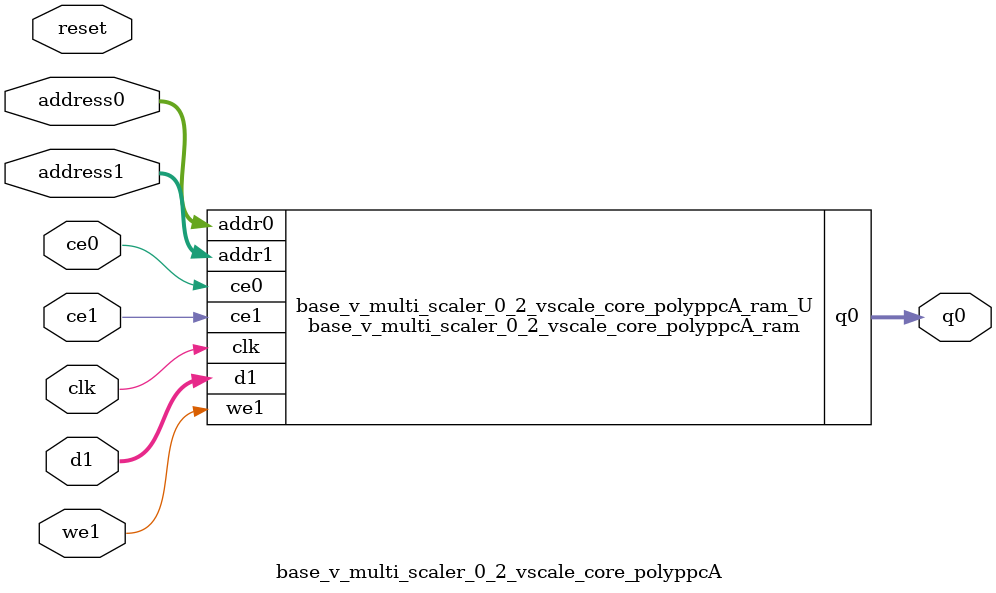
<source format=v>
`timescale 1 ns / 1 ps
module base_v_multi_scaler_0_2_vscale_core_polyppcA_ram (addr0, ce0, q0, addr1, ce1, d1, we1,  clk);

parameter DWIDTH = 48;
parameter AWIDTH = 12;
parameter MEM_SIZE = 4096;

input[AWIDTH-1:0] addr0;
input ce0;
output reg[DWIDTH-1:0] q0;
input[AWIDTH-1:0] addr1;
input ce1;
input[DWIDTH-1:0] d1;
input we1;
input clk;

(* ram_style = "block" *)reg [DWIDTH-1:0] ram[0:MEM_SIZE-1];




always @(posedge clk)  
begin 
    if (ce0) begin
        q0 <= ram[addr0];
    end
end


always @(posedge clk)  
begin 
    if (ce1) begin
        if (we1) 
            ram[addr1] <= d1; 
    end
end


endmodule

`timescale 1 ns / 1 ps
module base_v_multi_scaler_0_2_vscale_core_polyppcA(
    reset,
    clk,
    address0,
    ce0,
    q0,
    address1,
    ce1,
    we1,
    d1);

parameter DataWidth = 32'd48;
parameter AddressRange = 32'd4096;
parameter AddressWidth = 32'd12;
input reset;
input clk;
input[AddressWidth - 1:0] address0;
input ce0;
output[DataWidth - 1:0] q0;
input[AddressWidth - 1:0] address1;
input ce1;
input we1;
input[DataWidth - 1:0] d1;



base_v_multi_scaler_0_2_vscale_core_polyppcA_ram base_v_multi_scaler_0_2_vscale_core_polyppcA_ram_U(
    .clk( clk ),
    .addr0( address0 ),
    .ce0( ce0 ),
    .q0( q0 ),
    .addr1( address1 ),
    .ce1( ce1 ),
    .we1( we1 ),
    .d1( d1 ));

endmodule


</source>
